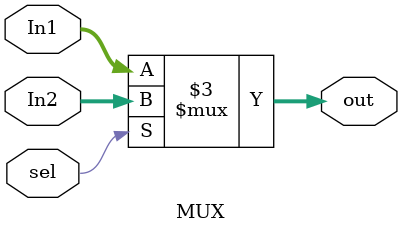
<source format=v>
module MUX #(parameter WIDTH=32)
  (input  wire   [WIDTH-1:0] In1,
   input  wire   [WIDTH-1:0] In2,
   input  wire               sel,
   output reg    [WIDTH-1:0] out
   );
   
 always@(*)
   begin
    if(sel)
        out=In2;
    else
        out=In1;
      end
endmodule   

</source>
